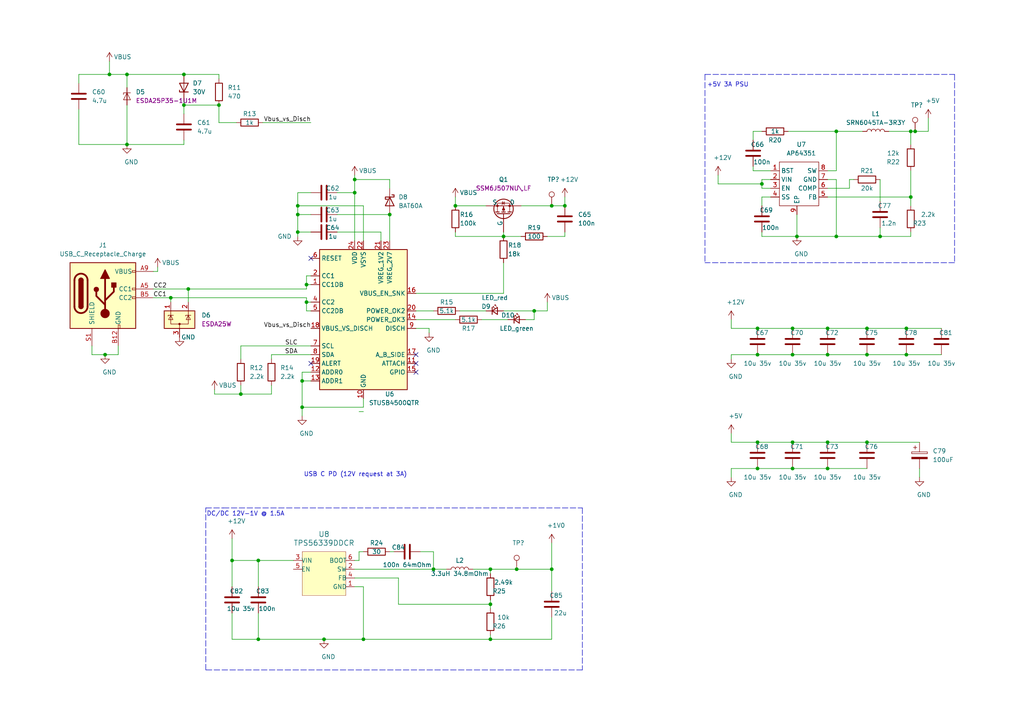
<source format=kicad_sch>
(kicad_sch (version 20211123) (generator eeschema)
  (paper "A4")
  (lib_symbols
    (symbol "CM4_NAS:AP64351"
      (property "Reference" "U" (at 0 8.89 0))
      (property "Value" "AP64351" (at 1.27 6.35 0))
      (symbol "AP64351_0_1"
        (rectangle (start -5.08 5.08) (end 6.35 -7.62))
      )
      (symbol "AP64351_1_1"
        (pin passive line (at -7.62 2.54 0) (length 2.54) (name "BST") (number "1"))
        (pin power_in line (at -7.62 0 0) (length 2.54) (name "VIN") (number "2"))
        (pin input line (at -7.62 -2.54 0) (length 2.54) (name "EN") (number "3"))
        (pin input line (at -7.62 -5.08 0) (length 2.54) (name "SS") (number "4"))
        (pin input line (at 8.89 -5.08 180) (length 2.54) (name "FB") (number "5"))
        (pin input line (at 8.89 -2.54 180) (length 2.54) (name "COMP") (number "6"))
        (pin power_in line (at 8.89 0 180) (length 2.54) (name "GND") (number "7"))
        (pin output line (at 8.89 2.54 180) (length 2.54) (name "SW") (number "8"))
        (pin passive line (at 0 -10.16 90) (length 2.54) (name "EP") (number "9"))
      )
    )
    (symbol "CM4_NAS:ESDA25P35" (pin_numbers hide) (pin_names hide)
      (property "Reference" "D" (at 0 2.54 0))
      (property "MPN" "ESDA25P35" (at 0 -2.54 0))
      (symbol "ESDA25P35_0_1"
        (polyline (pts (xy -1.016 0) (xy 1.016 0)))
        (polyline (pts (xy -1.016 1.016) (xy -1.016 -1.016) (xy -0.508 -1.016)))
        (polyline (pts (xy 1.016 1.016) (xy -1.016 0) (xy 1.016 -1.016) (xy 1.016 1.016)))
      )
      (symbol "ESDA25P35_1_1"
        (pin passive line (at -2.54 0 0) (length 2.54) (name "K1") (number "1"))
        (pin passive line (at 2.54 0 180) (length 2.54) (name "A") (number "2"))
      )
    )
    (symbol "CM4_NAS:ESDA25W" (pin_names hide)
      (property "Reference" "D" (at 5.715 2.54 0))
      (property "MPN" "ESDA25W" (at 10.16 0 0))
      (symbol "ESDA25W_0_0"
        (pin passive line (at 0 -5.08 90) (length 2.54) (name "A") (number "3"))
      )
      (symbol "ESDA25W_0_1"
        (rectangle (start -4.445 2.54) (end 4.445 -2.54) (stroke (width 0.254)) (fill (type background)))
        (circle (center 0 -1.27) (radius 0.254) (fill (type outline)))
        (polyline (pts (xy -2.54 2.54) (xy -2.54 1.27)))
        (polyline (pts (xy 0 -1.27) (xy 0 -2.54)))
        (polyline (pts (xy 2.54 2.54) (xy 2.54 1.27)))
        (polyline (pts (xy -3.302 1.016) (xy -3.302 1.27) (xy -1.905 1.27) (xy -1.778 1.27)))
        (polyline (pts (xy -2.54 1.27) (xy -2.54 -1.27) (xy 2.54 -1.27) (xy 2.54 1.27)))
        (polyline (pts (xy -2.54 1.27) (xy -1.905 0) (xy -3.175 0) (xy -2.54 1.27)))
        (polyline (pts (xy 1.778 1.016) (xy 1.778 1.27) (xy 3.175 1.27) (xy 3.302 1.27)))
        (polyline (pts (xy 2.54 1.27) (xy 1.905 0) (xy 3.175 0) (xy 2.54 1.27)))
      )
      (symbol "ESDA25W_1_1"
        (pin passive line (at -2.54 5.08 270) (length 2.54) (name "K") (number "1"))
        (pin passive line (at 2.54 5.08 270) (length 2.54) (name "K") (number "2"))
      )
    )
    (symbol "CM4_NAS:SSM6J507NU" (pin_numbers hide) (pin_names (offset 0))
      (property "Reference" "Q" (at 5.08 1.27 0))
      (property "MPN" "SSM6J507NU" (at 11.43 -1.27 0))
      (symbol "SSM6J507NU_0_0"
        (pin passive line (at 2.54 5.08 270) (length 5.08) hide (name "D") (number "1"))
        (pin passive line (at 2.54 5.08 270) (length 5.08) hide (name "D") (number "2"))
        (pin passive line (at 2.54 5.08 270) (length 5.08) hide (name "D") (number "6"))
        (pin passive line (at 2.54 5.08 270) (length 5.08) (name "D") (number "D"))
        (pin passive line (at 2.54 -5.08 90) (length 5.08) (name "S") (number "S"))
      )
      (symbol "SSM6J507NU_0_1"
        (polyline (pts (xy 0.0508 0) (xy 0.254 0)))
        (polyline (pts (xy 0.762 -1.778) (xy 2.54 -1.778)))
        (polyline (pts (xy 0.762 -1.27) (xy 0.762 -2.286)) (stroke (width 0.254)))
        (polyline (pts (xy 0.762 0) (xy 2.54 0)))
        (polyline (pts (xy 0.762 0.508) (xy 0.762 -0.508)) (stroke (width 0.254)))
        (polyline (pts (xy 0.762 1.778) (xy 2.54 1.778)))
        (polyline (pts (xy 0.762 2.286) (xy 0.762 1.27)) (stroke (width 0.254)))
        (polyline (pts (xy 2.54 -1.778) (xy 2.54 -2.54)))
        (polyline (pts (xy 2.54 -1.778) (xy 2.54 0)))
        (polyline (pts (xy 2.54 2.54) (xy 2.54 1.778)))
        (polyline (pts (xy 0.254 1.905) (xy 0.254 -1.905) (xy 0.254 -1.905)) (stroke (width 0.254)))
        (polyline (pts (xy 2.286 0) (xy 1.27 -0.381) (xy 1.27 0.381) (xy 2.286 0)) (fill (type outline)))
        (polyline (pts (xy 2.54 -1.778) (xy 3.302 -1.778) (xy 3.302 1.778) (xy 2.54 1.778)))
        (polyline (pts (xy 2.794 -0.508) (xy 2.921 -0.381) (xy 3.683 -0.381) (xy 3.81 -0.254)))
        (polyline (pts (xy 3.302 -0.381) (xy 2.921 0.254) (xy 3.683 0.254) (xy 3.302 -0.381)))
        (circle (center 1.651 0) (radius 2.8194) (stroke (width 0.254)))
        (circle (center 2.54 -1.778) (radius 0.2794) (fill (type outline)))
        (circle (center 2.54 1.778) (radius 0.2794) (fill (type outline)))
      )
      (symbol "SSM6J507NU_1_1"
        (pin input line (at -5.08 0 0) (length 5.08) (name "G") (number "3"))
        (pin passive line (at 2.54 -5.08 90) (length 2.54) hide (name "S") (number "4"))
        (pin passive line (at 2.54 5.08 270) (length 2.54) hide (name "D") (number "5"))
      )
    )
    (symbol "CM4_NAS:TPS56339DDCR" (pin_names (offset -0.254))
      (property "Reference" "U" (at -1.27 10.16 0))
      (property "Value" "TPS56339DDCR" (at 0 7.62 0))
      (symbol "TPS56339DDCR_1_1"
        (rectangle (start -6.35 6.35) (end 6.35 -6.35) (stroke (width 0.001)) (fill (type background)))
        (pin power_in line (at 8.89 -3.81 180) (length 2.54) (name "GND") (number "1"))
        (pin power_in line (at 8.89 1.27 180) (length 2.54) (name "SW") (number "2"))
        (pin power_in line (at -8.89 3.81 0) (length 2.54) (name "VIN") (number "3"))
        (pin input line (at 8.89 -1.27 180) (length 2.54) (name "FB") (number "4"))
        (pin input line (at -8.89 1.27 0) (length 2.54) (name "EN") (number "5"))
        (pin power_in line (at 8.89 3.81 180) (length 2.54) (name "BOOT") (number "6"))
      )
    )
    (symbol "CM4_NAS:USB_C_Receptacle_Charge" (pin_names (offset 1.016))
      (property "Reference" "J?" (at -0.3175 13.97 0))
      (property "Value" "USB_C_Receptacle_Charge" (at -0.3175 11.43 0))
      (symbol "USB_C_Receptacle_Charge_0_0"
        (rectangle (start 3.81 -10.16) (end 4.318 -9.144))
        (rectangle (start 8.89 -1.016) (end 7.874 -1.524))
        (rectangle (start 8.89 1.524) (end 7.874 1.016))
        (rectangle (start 8.89 6.604) (end 7.874 6.096))
      )
      (symbol "USB_C_Receptacle_Charge_0_1"
        (rectangle (start -10.16 8.89) (end 8.89 -10.16) (stroke (width 0.254)) (fill (type background)))
        (arc (start -8.89 -3.81) (mid -6.985 -5.715) (end -5.08 -3.81) (stroke (width 0.508)))
        (arc (start -7.62 -3.81) (mid -6.985 -4.445) (end -6.35 -3.81) (stroke (width 0.254)))
        (arc (start -7.62 -3.81) (mid -6.985 -4.445) (end -6.35 -3.81) (stroke (width 0.254)) (fill (type outline)))
        (rectangle (start -7.62 -3.81) (end -6.35 3.81) (stroke (width 0.254)) (fill (type outline)))
        (arc (start -6.35 3.81) (mid -6.985 4.445) (end -7.62 3.81) (stroke (width 0.254)))
        (arc (start -6.35 3.81) (mid -6.985 4.445) (end -7.62 3.81) (stroke (width 0.254)) (fill (type outline)))
        (arc (start -5.08 3.81) (mid -6.985 5.715) (end -8.89 3.81) (stroke (width 0.508)))
        (circle (center -2.54 1.143) (radius 0.635) (stroke (width 0.254)) (fill (type outline)))
        (circle (center 0 -5.842) (radius 1.27) (fill (type outline)))
        (polyline (pts (xy -8.89 -3.81) (xy -8.89 3.81)) (stroke (width 0.508)))
        (polyline (pts (xy -5.08 3.81) (xy -5.08 -3.81)) (stroke (width 0.508)))
        (polyline (pts (xy 0 -5.842) (xy 0 4.318)) (stroke (width 0.508)))
        (polyline (pts (xy 0 -3.302) (xy -2.54 -0.762) (xy -2.54 0.508)) (stroke (width 0.508)))
        (polyline (pts (xy 0 -2.032) (xy 2.54 0.508) (xy 2.54 1.778)) (stroke (width 0.508)))
        (polyline (pts (xy -1.27 4.318) (xy 0 6.858) (xy 1.27 4.318) (xy -1.27 4.318)) (stroke (width 0.254)) (fill (type outline)))
        (rectangle (start 1.905 1.778) (end 3.175 3.048) (stroke (width 0.254)) (fill (type outline)))
      )
      (symbol "USB_C_Receptacle_Charge_1_1"
        (pin passive line (at 3.81 -15.24 90) (length 5.08) hide (name "GND") (number "A12"))
        (pin bidirectional line (at 13.97 1.27 180) (length 5.08) (name "CC1") (number "A5"))
        (pin passive line (at 13.97 6.35 180) (length 5.08) (name "VBUS") (number "A9"))
        (pin passive line (at 3.81 -15.24 90) (length 5.08) (name "GND") (number "B12"))
        (pin bidirectional line (at 13.97 -1.27 180) (length 5.08) (name "CC2") (number "B5"))
        (pin passive line (at 13.97 6.35 180) (length 5.08) hide (name "VBUS") (number "B9"))
        (pin passive line (at -3.81 -15.24 90) (length 5.08) (name "SHIELD") (number "S1"))
        (pin passive line (at -3.81 -15.24 90) (length 5.08) hide (name "SHIELD") (number "S2"))
        (pin passive line (at -3.81 -15.24 90) (length 5.08) hide (name "SHIELD") (number "S3"))
        (pin passive line (at -3.81 -15.24 90) (length 5.08) hide (name "SHIELD") (number "S4"))
      )
    )
    (symbol "Connector:TestPoint" (pin_numbers hide) (pin_names (offset 0.762) hide)
      (property "Reference" "TP" (at 0 6.858 0))
      (property "Value" "TestPoint" (at 0 5.08 0))
      (symbol "TestPoint_0_1"
        (circle (center 0 3.302) (radius 0.762))
      )
      (symbol "TestPoint_1_1"
        (pin passive line (at 0 0 90) (length 2.54) (name "1") (number "1"))
      )
    )
    (symbol "Device:C" (pin_numbers hide) (pin_names (offset 0.254))
      (property "Reference" "C" (at 0.635 2.54 0))
      (property "Value" "C" (at 0.635 -2.54 0))
      (symbol "C_0_1"
        (polyline (pts (xy -2.032 -0.762) (xy 2.032 -0.762)) (stroke (width 0.508)))
        (polyline (pts (xy -2.032 0.762) (xy 2.032 0.762)) (stroke (width 0.508)))
      )
      (symbol "C_1_1"
        (pin passive line (at 0 3.81 270) (length 2.794) (name "~") (number "1"))
        (pin passive line (at 0 -3.81 90) (length 2.794) (name "~") (number "2"))
      )
    )
    (symbol "Device:C_Polarized" (pin_numbers hide) (pin_names (offset 0.254))
      (property "Reference" "C" (at 0.635 2.54 0))
      (property "Value" "C_Polarized" (at 0.635 -2.54 0))
      (symbol "C_Polarized_0_1"
        (rectangle (start -2.286 0.508) (end 2.286 1.016))
        (polyline (pts (xy -1.778 2.286) (xy -0.762 2.286)))
        (polyline (pts (xy -1.27 2.794) (xy -1.27 1.778)))
        (rectangle (start 2.286 -0.508) (end -2.286 -1.016) (fill (type outline)))
      )
      (symbol "C_Polarized_1_1"
        (pin passive line (at 0 3.81 270) (length 2.794) (name "~") (number "1"))
        (pin passive line (at 0 -3.81 90) (length 2.794) (name "~") (number "2"))
      )
    )
    (symbol "Device:D_Zener" (pin_numbers hide) (pin_names (offset 1.016) hide)
      (property "Reference" "D" (at 0 2.54 0))
      (property "Value" "D_Zener" (at 0 -2.54 0))
      (symbol "D_Zener_0_1"
        (polyline (pts (xy 1.27 0) (xy -1.27 0)))
        (polyline (pts (xy -1.27 -1.27) (xy -1.27 1.27) (xy -0.762 1.27)) (stroke (width 0.254)))
        (polyline (pts (xy 1.27 -1.27) (xy 1.27 1.27) (xy -1.27 0) (xy 1.27 -1.27)) (stroke (width 0.254)))
      )
      (symbol "D_Zener_1_1"
        (pin passive line (at -3.81 0 0) (length 2.54) (name "K") (number "1"))
        (pin passive line (at 3.81 0 180) (length 2.54) (name "A") (number "2"))
      )
    )
    (symbol "Device:L" (pin_numbers hide) (pin_names (offset 1.016) hide)
      (property "Reference" "L" (at -1.27 0 90))
      (property "Value" "L" (at 1.905 0 90))
      (symbol "L_0_1"
        (arc (start 0 -2.54) (mid 0.635 -1.905) (end 0 -1.27))
        (arc (start 0 -1.27) (mid 0.635 -0.635) (end 0 0))
        (arc (start 0 0) (mid 0.635 0.635) (end 0 1.27))
        (arc (start 0 1.27) (mid 0.635 1.905) (end 0 2.54))
      )
      (symbol "L_1_1"
        (pin passive line (at 0 3.81 270) (length 1.27) (name "1") (number "1"))
        (pin passive line (at 0 -3.81 90) (length 1.27) (name "2") (number "2"))
      )
    )
    (symbol "Device:LED_Small" (pin_numbers hide) (pin_names (offset 0.254) hide)
      (property "Reference" "D" (at -1.27 3.175 0))
      (property "Value" "LED_Small" (at -4.445 -2.54 0))
      (symbol "LED_Small_0_1"
        (polyline (pts (xy -0.762 -1.016) (xy -0.762 1.016)) (stroke (width 0.254)))
        (polyline (pts (xy 1.016 0) (xy -0.762 0)))
        (polyline (pts (xy 0.762 -1.016) (xy -0.762 0) (xy 0.762 1.016) (xy 0.762 -1.016)) (stroke (width 0.254)))
        (polyline (pts (xy 0 0.762) (xy -0.508 1.27) (xy -0.254 1.27) (xy -0.508 1.27) (xy -0.508 1.016)))
        (polyline (pts (xy 0.508 1.27) (xy 0 1.778) (xy 0.254 1.778) (xy 0 1.778) (xy 0 1.524)))
      )
      (symbol "LED_Small_1_1"
        (pin passive line (at -2.54 0 0) (length 1.778) (name "K") (number "1"))
        (pin passive line (at 2.54 0 180) (length 1.778) (name "A") (number "2"))
      )
    )
    (symbol "Device:R" (pin_numbers hide) (pin_names (offset 0))
      (property "Reference" "R" (at 2.032 0 90))
      (property "Value" "R" (at 0 0 90))
      (symbol "R_0_1"
        (rectangle (start -1.016 -2.54) (end 1.016 2.54) (stroke (width 0.254)))
      )
      (symbol "R_1_1"
        (pin passive line (at 0 3.81 270) (length 1.27) (name "~") (number "1"))
        (pin passive line (at 0 -3.81 90) (length 1.27) (name "~") (number "2"))
      )
    )
    (symbol "Diode:BAT60A" (pin_numbers hide) (pin_names (offset 1.016) hide)
      (property "Reference" "D" (at 0 2.54 0))
      (property "Value" "BAT60A" (at 0 -2.54 0))
      (symbol "BAT60A_0_1"
        (polyline (pts (xy 1.27 0) (xy -1.27 0)))
        (polyline (pts (xy 1.27 1.27) (xy 1.27 -1.27) (xy -1.27 0) (xy 1.27 1.27)) (stroke (width 0.254)))
        (polyline (pts (xy -1.905 0.635) (xy -1.905 1.27) (xy -1.27 1.27) (xy -1.27 -1.27) (xy -0.635 -1.27) (xy -0.635 -0.635)) (stroke (width 0.254)))
      )
      (symbol "BAT60A_1_1"
        (pin passive line (at -3.81 0 0) (length 2.54) (name "K") (number "1"))
        (pin passive line (at 3.81 0 180) (length 2.54) (name "A") (number "2"))
      )
    )
    (symbol "Interface_USB:STUSB4500QTR"
      (property "Reference" "U" (at -12.7 21.59 0))
      (property "Value" "STUSB4500QTR" (at 8.89 -21.59 0))
      (symbol "STUSB4500QTR_0_1"
        (rectangle (start -12.7 20.32) (end 12.7 -20.32) (stroke (width 0.254)) (fill (type background)))
      )
      (symbol "STUSB4500QTR_1_1"
        (pin bidirectional line (at -15.24 10.16 0) (length 2.54) (name "CC1DB") (number "1"))
        (pin power_in line (at 0 -22.86 90) (length 2.54) (name "GND") (number "10"))
        (pin open_collector line (at 15.24 -12.7 180) (length 2.54) (name "ATTACH") (number "11"))
        (pin input line (at -15.24 -15.24 0) (length 2.54) (name "ADDR0") (number "12"))
        (pin input line (at -15.24 -17.78 0) (length 2.54) (name "ADDR1") (number "13"))
        (pin open_collector line (at 15.24 0 180) (length 2.54) (name "POWER_OK3") (number "14"))
        (pin open_collector line (at 15.24 -15.24 180) (length 2.54) (name "GPIO") (number "15"))
        (pin open_collector line (at 15.24 7.62 180) (length 2.54) (name "VBUS_EN_SNK") (number "16"))
        (pin open_collector line (at 15.24 -10.16 180) (length 2.54) (name "A_B_SIDE") (number "17"))
        (pin input line (at -15.24 -2.54 0) (length 2.54) (name "VBUS_VS_DISCH") (number "18"))
        (pin open_collector line (at -15.24 -12.7 0) (length 2.54) (name "ALERT") (number "19"))
        (pin bidirectional line (at -15.24 12.7 0) (length 2.54) (name "CC1") (number "2"))
        (pin open_collector line (at 15.24 2.54 180) (length 2.54) (name "POWER_OK2") (number "20"))
        (pin power_out line (at 5.08 22.86 270) (length 2.54) (name "VREG_1V2") (number "21"))
        (pin power_in line (at 0 22.86 270) (length 2.54) (name "VSYS") (number "22"))
        (pin power_out line (at 7.62 22.86 270) (length 2.54) (name "VREG_2V7") (number "23"))
        (pin power_in line (at -2.54 22.86 270) (length 2.54) (name "VDD") (number "24"))
        (pin passive line (at 0 -22.86 90) (length 2.54) hide (name "GND") (number "25"))
        (pin no_connect line (at -12.7 15.24 0) (length 2.54) hide (name "NC") (number "3"))
        (pin bidirectional line (at -15.24 5.08 0) (length 2.54) (name "CC2") (number "4"))
        (pin bidirectional line (at -15.24 2.54 0) (length 2.54) (name "CC2DB") (number "5"))
        (pin input line (at -15.24 17.78 0) (length 2.54) (name "RESET") (number "6"))
        (pin input line (at -15.24 -7.62 0) (length 2.54) (name "SCL") (number "7"))
        (pin bidirectional line (at -15.24 -10.16 0) (length 2.54) (name "SDA") (number "8"))
        (pin bidirectional line (at 15.24 -2.54 180) (length 2.54) (name "DISCH") (number "9"))
      )
    )
    (symbol "power:+12V" (power) (pin_names (offset 0))
      (property "Value" "+12V" (at 0 3.556 0))
      (symbol "+12V_0_1"
        (polyline (pts (xy -0.762 1.27) (xy 0 2.54)))
        (polyline (pts (xy 0 0) (xy 0 2.54)))
        (polyline (pts (xy 0 2.54) (xy 0.762 1.27)))
      )
      (symbol "+12V_1_1"
        (pin power_in line (at 0 0 90) (length 0) hide (name "+12V") (number "1"))
      )
    )
    (symbol "power:+1V0" (power) (pin_names (offset 0))
      (property "Value" "+1V0" (at 0 3.556 0))
      (symbol "+1V0_0_1"
        (polyline (pts (xy -0.762 1.27) (xy 0 2.54)))
        (polyline (pts (xy 0 0) (xy 0 2.54)))
        (polyline (pts (xy 0 2.54) (xy 0.762 1.27)))
      )
      (symbol "+1V0_1_1"
        (pin power_in line (at 0 0 90) (length 0) hide (name "+1V0") (number "1"))
      )
    )
    (symbol "power:+5V" (power) (pin_names (offset 0))
      (property "Value" "+5V" (at 0 3.556 0))
      (symbol "+5V_0_1"
        (polyline (pts (xy -0.762 1.27) (xy 0 2.54)))
        (polyline (pts (xy 0 0) (xy 0 2.54)))
        (polyline (pts (xy 0 2.54) (xy 0.762 1.27)))
      )
      (symbol "+5V_1_1"
        (pin power_in line (at 0 0 90) (length 0) hide (name "+5V") (number "1"))
      )
    )
    (symbol "power:GND" (power) (pin_names (offset 0))
      (property "Value" "GND" (at 0 -3.81 0))
      (symbol "GND_0_1"
        (polyline (pts (xy 0 0) (xy 0 -1.27) (xy 1.27 -1.27) (xy 0 -2.54) (xy -1.27 -1.27) (xy 0 -1.27)))
      )
      (symbol "GND_1_1"
        (pin power_in line (at 0 0 270) (length 0) hide (name "GND") (number "1"))
      )
    )
    (symbol "power:VBUS" (power) (pin_names (offset 0))
      (property "Value" "VBUS" (at 0 3.81 0))
      (symbol "VBUS_0_1"
        (polyline (pts (xy -0.762 1.27) (xy 0 2.54)))
        (polyline (pts (xy 0 0) (xy 0 2.54)))
        (polyline (pts (xy 0 2.54) (xy 0.762 1.27)))
      )
      (symbol "VBUS_1_1"
        (pin power_in line (at 0 0 90) (length 0) hide (name "VBUS") (number "1"))
      )
    )
  )
  (junction (at 242.57 38.1) (diameter 0.9144))
  (junction (at 142.24 175.26) (diameter 0.9144))
  (junction (at 69.85 114.3) (diameter 0.9144))
  (junction (at 88.9 82.55) (diameter 0.9144))
  (junction (at 102.87 55.88) (diameter 0.9144))
  (junction (at 142.24 165.1) (diameter 0.9144))
  (junction (at 105.41 185.42) (diameter 0.9144))
  (junction (at 264.16 57.15) (diameter 0.9144))
  (junction (at 146.05 68.58) (diameter 0.9144))
  (junction (at 125.73 165.1) (diameter 0.9144))
  (junction (at 219.71 95.25) (diameter 0.9144))
  (junction (at 86.36 62.23) (diameter 0.9144))
  (junction (at 74.93 162.56) (diameter 0.9144))
  (junction (at 86.36 67.31) (diameter 0.9144))
  (junction (at 142.24 185.42) (diameter 0.9144))
  (junction (at 240.03 95.25) (diameter 0.9144))
  (junction (at 30.48 102.87) (diameter 0.9144))
  (junction (at 53.34 21.59) (diameter 0.9144))
  (junction (at 113.03 62.23) (diameter 0.9144))
  (junction (at 31.75 21.59) (diameter 0.9144))
  (junction (at 240.03 135.89) (diameter 0.9144))
  (junction (at 251.46 102.87) (diameter 0.9144))
  (junction (at 229.87 95.25) (diameter 0.9144))
  (junction (at 102.87 52.07) (diameter 0.9144))
  (junction (at 74.93 185.42) (diameter 0.9144))
  (junction (at 251.46 128.27) (diameter 0.9144))
  (junction (at 163.83 59.69) (diameter 0.9144))
  (junction (at 49.53 86.36) (diameter 0.9144))
  (junction (at 154.94 90.17) (diameter 0.9144))
  (junction (at 251.46 95.25) (diameter 0.9144))
  (junction (at 229.87 128.27) (diameter 0.9144))
  (junction (at 86.36 59.69) (diameter 0.9144))
  (junction (at 262.89 95.25) (diameter 0.9144))
  (junction (at 220.98 53.34) (diameter 0.9144))
  (junction (at 87.63 118.11) (diameter 0.9144))
  (junction (at 36.83 41.91) (diameter 0.9144))
  (junction (at 240.03 128.27) (diameter 0.9144))
  (junction (at 264.16 38.1) (diameter 0.9144))
  (junction (at 219.71 135.89) (diameter 0.9144))
  (junction (at 87.63 110.49) (diameter 0.9144))
  (junction (at 219.71 128.27) (diameter 0.9144))
  (junction (at 219.71 102.87) (diameter 0.9144))
  (junction (at 93.98 185.42) (diameter 0.9144))
  (junction (at 255.27 68.58) (diameter 0.9144))
  (junction (at 242.57 68.58) (diameter 0.9144))
  (junction (at 53.34 30.48) (diameter 0.9144))
  (junction (at 160.02 59.69))
  (junction (at 229.87 135.89) (diameter 0.9144))
  (junction (at 149.86 165.1))
  (junction (at 265.43 38.1))
  (junction (at 63.5 30.48) (diameter 0.9144))
  (junction (at 88.9 87.63) (diameter 0.9144))
  (junction (at 240.03 102.87) (diameter 0.9144))
  (junction (at 229.87 102.87) (diameter 0.9144))
  (junction (at 231.14 68.58) (diameter 0.9144))
  (junction (at 132.08 59.69) (diameter 0.9144))
  (junction (at 160.02 165.1) (diameter 0.9144))
  (junction (at 67.31 162.56) (diameter 0.9144))
  (junction (at 36.83 21.59) (diameter 0.9144))
  (junction (at 262.89 102.87) (diameter 0.9144))
  (junction (at 54.61 83.82) (diameter 0.9144))
  (no_connect (at 90.17 74.93))
  (no_connect (at 120.65 102.87))
  (no_connect (at 120.65 105.41))
  (no_connect (at 120.65 107.95))
  (no_connect (at 90.17 105.41))
  (wire (pts (xy 142.24 173.99) (xy 142.24 175.26)))
  (wire (pts (xy 142.24 175.26) (xy 142.24 176.53)))
  (wire (pts (xy 120.65 90.17) (xy 125.73 90.17)))
  (wire (pts (xy 139.7 92.71) (xy 147.32 92.71)))
  (wire (pts (xy 242.57 68.58) (xy 231.14 68.58)))
  (wire (pts (xy 113.03 160.02) (xy 114.3 160.02)))
  (wire (pts (xy 229.87 128.27) (xy 240.03 128.27)))
  (wire (pts (xy 219.71 128.27) (xy 229.87 128.27)))
  (wire (pts (xy 87.63 110.49) (xy 87.63 107.95)))
  (wire (pts (xy 264.16 67.31) (xy 264.16 68.58)))
  (wire (pts (xy 26.67 102.87) (xy 30.48 102.87)))
  (wire (pts (xy 86.36 67.31) (xy 86.36 62.23)))
  (wire (pts (xy 63.5 35.56) (xy 63.5 30.48)))
  (wire (pts (xy 88.9 83.82) (xy 88.9 82.55)))
  (wire (pts (xy 44.45 78.74) (xy 45.72 78.74)))
  (wire (pts (xy 262.89 95.25) (xy 273.05 95.25)))
  (wire (pts (xy 78.74 114.3) (xy 69.85 114.3)))
  (wire (pts (xy 78.74 102.87) (xy 90.17 102.87)))
  (wire (pts (xy 212.09 95.25) (xy 219.71 95.25)))
  (wire (pts (xy 104.14 119.38) (xy 105.41 119.38)))
  (wire (pts (xy 88.9 90.17) (xy 88.9 87.63)))
  (wire (pts (xy 102.87 165.1) (xy 125.73 165.1)))
  (wire (pts (xy 125.73 165.1) (xy 129.54 165.1)))
  (wire (pts (xy 219.71 102.87) (xy 212.09 102.87)))
  (wire (pts (xy 242.57 68.58) (xy 255.27 68.58)))
  (wire (pts (xy 251.46 128.27) (xy 266.7 128.27)))
  (wire (pts (xy 133.35 90.17) (xy 140.97 90.17)))
  (wire (pts (xy 53.34 29.21) (xy 53.34 30.48)))
  (wire (pts (xy 49.53 86.36) (xy 88.9 86.36)))
  (wire (pts (xy 146.05 68.58) (xy 151.13 68.58)))
  (wire (pts (xy 63.5 21.59) (xy 63.5 22.86)))
  (wire (pts (xy 22.86 31.75) (xy 22.86 41.91)))
  (polyline (pts (xy 276.86 76.2) (xy 204.47 76.2)) (stroke (width 0) (type dash)))
  (wire (pts (xy 251.46 95.25) (xy 262.89 95.25)))
  (wire (pts (xy 102.87 55.88) (xy 102.87 69.85)))
  (wire (pts (xy 242.57 38.1) (xy 250.19 38.1)))
  (wire (pts (xy 22.86 24.13) (xy 22.86 21.59)))
  (wire (pts (xy 269.24 34.29) (xy 269.24 38.1)))
  (wire (pts (xy 240.03 135.89) (xy 251.46 135.89)))
  (wire (pts (xy 212.09 125.73) (xy 212.09 128.27)))
  (wire (pts (xy 219.71 135.89) (xy 212.09 135.89)))
  (wire (pts (xy 240.03 102.87) (xy 229.87 102.87)))
  (wire (pts (xy 88.9 86.36) (xy 88.9 87.63)))
  (wire (pts (xy 62.23 114.3) (xy 69.85 114.3)))
  (wire (pts (xy 163.83 68.58) (xy 163.83 67.31)))
  (wire (pts (xy 132.08 67.31) (xy 132.08 68.58)))
  (wire (pts (xy 102.87 52.07) (xy 102.87 55.88)))
  (wire (pts (xy 74.93 162.56) (xy 85.09 162.56)))
  (polyline (pts (xy 204.47 21.59) (xy 276.86 21.59)) (stroke (width 0) (type dash)))
  (wire (pts (xy 102.87 167.64) (xy 115.57 167.64)))
  (wire (pts (xy 115.57 167.64) (xy 115.57 175.26)))
  (wire (pts (xy 115.57 175.26) (xy 142.24 175.26)))
  (wire (pts (xy 110.49 67.31) (xy 97.79 67.31)))
  (wire (pts (xy 120.65 85.09) (xy 146.05 85.09)))
  (wire (pts (xy 36.83 30.48) (xy 36.83 41.91)))
  (wire (pts (xy 121.92 160.02) (xy 125.73 160.02)))
  (wire (pts (xy 125.73 160.02) (xy 125.73 165.1)))
  (wire (pts (xy 218.44 40.64) (xy 218.44 38.1)))
  (wire (pts (xy 255.27 66.04) (xy 255.27 68.58)))
  (wire (pts (xy 240.03 95.25) (xy 251.46 95.25)))
  (polyline (pts (xy 204.47 21.59) (xy 204.47 76.2)) (stroke (width 0) (type dash)))
  (wire (pts (xy 30.48 102.87) (xy 34.29 102.87)))
  (wire (pts (xy 154.94 90.17) (xy 154.94 92.71)))
  (wire (pts (xy 87.63 118.11) (xy 105.41 118.11)))
  (wire (pts (xy 212.09 92.71) (xy 212.09 95.25)))
  (wire (pts (xy 273.05 102.87) (xy 262.89 102.87)))
  (wire (pts (xy 34.29 102.87) (xy 34.29 100.33)))
  (wire (pts (xy 88.9 80.01) (xy 88.9 82.55)))
  (wire (pts (xy 218.44 49.53) (xy 218.44 48.26)))
  (wire (pts (xy 67.31 177.8) (xy 67.31 185.42)))
  (wire (pts (xy 67.31 185.42) (xy 74.93 185.42)))
  (wire (pts (xy 74.93 185.42) (xy 93.98 185.42)))
  (wire (pts (xy 229.87 95.25) (xy 240.03 95.25)))
  (wire (pts (xy 86.36 59.69) (xy 105.41 59.69)))
  (wire (pts (xy 220.98 67.31) (xy 220.98 68.58)))
  (wire (pts (xy 208.28 53.34) (xy 220.98 53.34)))
  (wire (pts (xy 67.31 162.56) (xy 74.93 162.56)))
  (wire (pts (xy 67.31 170.18) (xy 67.31 162.56)))
  (wire (pts (xy 223.52 54.61) (xy 220.98 54.61)))
  (wire (pts (xy 53.34 40.64) (xy 53.34 41.91)))
  (wire (pts (xy 212.09 102.87) (xy 212.09 104.14)))
  (wire (pts (xy 220.98 52.07) (xy 223.52 52.07)))
  (wire (pts (xy 158.75 87.63) (xy 158.75 90.17)))
  (wire (pts (xy 69.85 114.3) (xy 69.85 111.76)))
  (wire (pts (xy 53.34 41.91) (xy 36.83 41.91)))
  (wire (pts (xy 142.24 165.1) (xy 149.86 165.1)))
  (wire (pts (xy 160.02 165.1) (xy 160.02 171.45)))
  (wire (pts (xy 154.94 92.71) (xy 152.4 92.71)))
  (wire (pts (xy 74.93 162.56) (xy 74.93 170.18)))
  (wire (pts (xy 158.75 68.58) (xy 163.83 68.58)))
  (wire (pts (xy 90.17 90.17) (xy 88.9 90.17)))
  (wire (pts (xy 229.87 102.87) (xy 219.71 102.87)))
  (wire (pts (xy 53.34 30.48) (xy 63.5 30.48)))
  (wire (pts (xy 44.45 86.36) (xy 49.53 86.36)))
  (wire (pts (xy 49.53 86.36) (xy 49.53 87.63)))
  (wire (pts (xy 265.43 38.1) (xy 264.16 38.1)))
  (wire (pts (xy 240.03 57.15) (xy 264.16 57.15)))
  (wire (pts (xy 54.61 83.82) (xy 54.61 87.63)))
  (wire (pts (xy 212.09 135.89) (xy 212.09 138.43)))
  (wire (pts (xy 78.74 104.14) (xy 78.74 102.87)))
  (wire (pts (xy 132.08 68.58) (xy 146.05 68.58)))
  (wire (pts (xy 90.17 110.49) (xy 87.63 110.49)))
  (wire (pts (xy 229.87 135.89) (xy 240.03 135.89)))
  (wire (pts (xy 124.46 95.25) (xy 124.46 96.52)))
  (wire (pts (xy 149.86 165.1) (xy 160.02 165.1)))
  (wire (pts (xy 68.58 35.56) (xy 63.5 35.56)))
  (wire (pts (xy 62.23 113.03) (xy 62.23 114.3)))
  (polyline (pts (xy 276.86 21.59) (xy 276.86 76.2)) (stroke (width 0) (type dash)))
  (wire (pts (xy 22.86 41.91) (xy 36.83 41.91)))
  (wire (pts (xy 120.65 95.25) (xy 124.46 95.25)))
  (wire (pts (xy 262.89 102.87) (xy 251.46 102.87)))
  (wire (pts (xy 31.75 21.59) (xy 31.75 17.78)))
  (wire (pts (xy 36.83 21.59) (xy 31.75 21.59)))
  (wire (pts (xy 76.2 35.56) (xy 90.17 35.56)))
  (wire (pts (xy 86.36 62.23) (xy 90.17 62.23)))
  (wire (pts (xy 105.41 170.18) (xy 102.87 170.18)))
  (wire (pts (xy 105.41 185.42) (xy 105.41 170.18)))
  (wire (pts (xy 142.24 184.15) (xy 142.24 185.42)))
  (wire (pts (xy 142.24 185.42) (xy 105.41 185.42)))
  (wire (pts (xy 242.57 49.53) (xy 240.03 49.53)))
  (wire (pts (xy 146.05 67.31) (xy 146.05 68.58)))
  (wire (pts (xy 264.16 38.1) (xy 264.16 41.91)))
  (polyline (pts (xy 59.69 147.32) (xy 64.77 147.32)) (stroke (width 0) (type dash)))
  (polyline (pts (xy 59.69 194.31) (xy 59.69 147.32)) (stroke (width 0) (type dash)))
  (polyline (pts (xy 64.77 147.32) (xy 168.91 147.32)) (stroke (width 0) (type dash)))
  (polyline (pts (xy 168.91 147.32) (xy 168.91 194.31)) (stroke (width 0) (type dash)))
  (polyline (pts (xy 168.91 194.31) (xy 59.69 194.31)) (stroke (width 0) (type dash)))
  (wire (pts (xy 36.83 21.59) (xy 53.34 21.59)))
  (wire (pts (xy 53.34 21.59) (xy 63.5 21.59)))
  (wire (pts (xy 87.63 110.49) (xy 87.63 118.11)))
  (wire (pts (xy 88.9 80.01) (xy 90.17 80.01)))
  (wire (pts (xy 69.85 100.33) (xy 69.85 104.14)))
  (wire (pts (xy 257.81 38.1) (xy 264.16 38.1)))
  (wire (pts (xy 110.49 69.85) (xy 110.49 67.31)))
  (wire (pts (xy 151.13 59.69) (xy 160.02 59.69)))
  (wire (pts (xy 86.36 67.31) (xy 90.17 67.31)))
  (wire (pts (xy 212.09 128.27) (xy 219.71 128.27)))
  (wire (pts (xy 142.24 165.1) (xy 142.24 166.37)))
  (wire (pts (xy 86.36 68.58) (xy 86.36 67.31)))
  (wire (pts (xy 22.86 21.59) (xy 31.75 21.59)))
  (wire (pts (xy 102.87 52.07) (xy 113.03 52.07)))
  (wire (pts (xy 220.98 57.15) (xy 223.52 57.15)))
  (wire (pts (xy 163.83 57.15) (xy 163.83 59.69)))
  (wire (pts (xy 86.36 59.69) (xy 86.36 55.88)))
  (wire (pts (xy 264.16 68.58) (xy 255.27 68.58)))
  (wire (pts (xy 264.16 49.53) (xy 264.16 57.15)))
  (wire (pts (xy 88.9 87.63) (xy 90.17 87.63)))
  (wire (pts (xy 219.71 95.25) (xy 229.87 95.25)))
  (wire (pts (xy 266.7 135.89) (xy 266.7 138.43)))
  (wire (pts (xy 78.74 111.76) (xy 78.74 114.3)))
  (wire (pts (xy 231.14 68.58) (xy 231.14 62.23)))
  (wire (pts (xy 223.52 49.53) (xy 218.44 49.53)))
  (wire (pts (xy 132.08 57.15) (xy 132.08 59.69)))
  (wire (pts (xy 45.72 78.74) (xy 45.72 77.47)))
  (wire (pts (xy 54.61 83.82) (xy 88.9 83.82)))
  (wire (pts (xy 86.36 62.23) (xy 86.36 59.69)))
  (wire (pts (xy 220.98 59.69) (xy 220.98 57.15)))
  (wire (pts (xy 93.98 185.42) (xy 105.41 185.42)))
  (wire (pts (xy 102.87 162.56) (xy 104.14 162.56)))
  (wire (pts (xy 104.14 160.02) (xy 105.41 160.02)))
  (wire (pts (xy 104.14 162.56) (xy 104.14 160.02)))
  (wire (pts (xy 67.31 156.21) (xy 67.31 162.56)))
  (wire (pts (xy 142.24 185.42) (xy 160.02 185.42)))
  (wire (pts (xy 160.02 185.42) (xy 160.02 179.07)))
  (wire (pts (xy 220.98 54.61) (xy 220.98 53.34)))
  (wire (pts (xy 44.45 83.82) (xy 54.61 83.82)))
  (wire (pts (xy 90.17 82.55) (xy 88.9 82.55)))
  (wire (pts (xy 146.05 90.17) (xy 154.94 90.17)))
  (wire (pts (xy 220.98 68.58) (xy 231.14 68.58)))
  (wire (pts (xy 219.71 135.89) (xy 229.87 135.89)))
  (wire (pts (xy 160.02 157.48) (xy 160.02 165.1)))
  (wire (pts (xy 158.75 90.17) (xy 154.94 90.17)))
  (wire (pts (xy 142.24 165.1) (xy 137.16 165.1)))
  (wire (pts (xy 160.02 59.69) (xy 163.83 59.69)))
  (wire (pts (xy 218.44 38.1) (xy 220.98 38.1)))
  (wire (pts (xy 240.03 54.61) (xy 246.38 54.61)))
  (wire (pts (xy 220.98 53.34) (xy 220.98 52.07)))
  (wire (pts (xy 208.28 50.8) (xy 208.28 53.34)))
  (wire (pts (xy 90.17 100.33) (xy 69.85 100.33)))
  (wire (pts (xy 146.05 85.09) (xy 146.05 76.2)))
  (wire (pts (xy 97.79 62.23) (xy 113.03 62.23)))
  (wire (pts (xy 120.65 92.71) (xy 132.08 92.71)))
  (wire (pts (xy 113.03 54.61) (xy 113.03 52.07)))
  (wire (pts (xy 97.79 55.88) (xy 102.87 55.88)))
  (wire (pts (xy 228.6 38.1) (xy 242.57 38.1)))
  (wire (pts (xy 242.57 38.1) (xy 242.57 49.53)))
  (wire (pts (xy 242.57 52.07) (xy 242.57 68.58)))
  (wire (pts (xy 53.34 30.48) (xy 53.34 33.02)))
  (wire (pts (xy 269.24 38.1) (xy 265.43 38.1)))
  (wire (pts (xy 255.27 52.07) (xy 255.27 58.42)))
  (wire (pts (xy 246.38 54.61) (xy 246.38 52.07)))
  (wire (pts (xy 240.03 128.27) (xy 251.46 128.27)))
  (wire (pts (xy 105.41 115.57) (xy 105.41 118.11)))
  (wire (pts (xy 87.63 107.95) (xy 90.17 107.95)))
  (wire (pts (xy 26.67 100.33) (xy 26.67 102.87)))
  (wire (pts (xy 36.83 25.4) (xy 36.83 21.59)))
  (wire (pts (xy 87.63 118.11) (xy 87.63 120.65)))
  (wire (pts (xy 86.36 55.88) (xy 90.17 55.88)))
  (wire (pts (xy 264.16 57.15) (xy 264.16 59.69)))
  (wire (pts (xy 246.38 52.07) (xy 247.65 52.07)))
  (wire (pts (xy 113.03 62.23) (xy 113.03 69.85)))
  (wire (pts (xy 102.87 50.8) (xy 102.87 52.07)))
  (wire (pts (xy 251.46 102.87) (xy 240.03 102.87)))
  (wire (pts (xy 240.03 52.07) (xy 242.57 52.07)))
  (wire (pts (xy 74.93 177.8) (xy 74.93 185.42)))
  (wire (pts (xy 105.41 69.85) (xy 105.41 59.69)))
  (wire (pts (xy 132.08 59.69) (xy 140.97 59.69)))
  (text "USB C PD (12V request at 3A)\n" (at 118.11 138.43 180) (effects (font (size 1.27 1.27)) (justify right bottom)))
  (text "DC/DC 12V-1V @ 1.5A" (at 82.55 149.86 180) (effects (font (size 1.27 1.27)) (justify right bottom)))
  (text "+5V 3A PSU" (at 217.17 25.4 180) (effects (font (size 1.27 1.27)) (justify right bottom)))
  (label "SDA" (at 86.36 102.87 180))
  (label "Vbus_vs_Disch" (at 90.17 95.25 180))
  (label "SLC" (at 86.36 100.33 180))
  (label "Vbus_vs_Disch" (at 90.17 35.56 180))
  (label "CC1" (at 44.45 86.36 0))
  (label "CC2" (at 44.45 83.82 0))
  (symbol (lib_id "Device:R") (at 78.74 107.95 0) (unit 1)
    (property "Reference" "R14" (at 81.28 106.68 0) (effects (justify left)))
    (property "Value" "2.2k" (at 81.28 109.22 0) (effects (justify left)))
    (property "Footprint" "Resistor_SMD:R_0402_1005Metric" (effects hide))
    (property "MFR" "Yageo" (effects hide))
    (property "MPN" "RC0402FR-132K2L" (effects hide))
  )
  (symbol (lib_id "power:GND") (at 231.14 68.58 0) (unit 1)
    (property "Reference" "#PWR0156" (effects hide))
    (property "Value" "GND" (at 232.41 73.66 0))
  )
  (symbol (lib_id "power:GND") (at 124.46 96.52 0) (unit 1)
    (property "Reference" "#PWR0146" (effects hide))
    (property "Value" "GND" (at 125.73 101.6 0))
  )
  (symbol (lib_id "Device:R") (at 132.08 63.5 0) (unit 1)
    (property "Reference" "R16" (at 133.35 62.23 0) (effects (justify left)))
    (property "Value" "100k" (at 133.35 64.77 0) (effects (justify left)))
    (property "Footprint" "Resistor_SMD:R_0402_1005Metric" (effects hide))
    (property "MFR" "Bourns" (effects hide))
    (property "MPN" "CR0402-FX-1003GLF" (effects hide))
  )
  (symbol (lib_id "Interface_USB:STUSB4500QTR") (at 105.41 92.71 0) (unit 1)
    (property "Reference" "U6" (at 113.03 114.3 0))
    (property "Value" "STUSB4500QTR" (at 114.3 116.84 0))
    (property "Footprint" "Package_DFN_QFN:QFN-24-1EP_4x4mm_P0.5mm_EP2.7x2.7mm" (effects hide))
    (property "Datasheet" "https://www.st.com/resource/en/datasheet/stusb4500.pdf" (effects hide))
    (property "MFR" "STMicroelectronics " (effects hide))
    (property "MPN" "STUSB4500QTR " (effects hide))
  )
  (symbol (lib_id "power:GND") (at 30.48 102.87 0) (unit 1)
    (property "Reference" "#PWR0149" (effects hide))
    (property "Value" "GND" (at 31.75 107.95 0))
  )
  (symbol (lib_id "power:VBUS") (at 62.23 113.03 0) (unit 1)
    (property "Reference" "#PWR0144" (effects hide))
    (property "Value" "VBUS" (at 66.04 111.76 0))
  )
  (symbol (lib_id "power:VBUS") (at 132.08 57.15 0) (unit 1)
    (property "Reference" "#PWR0153" (effects hide))
    (property "Value" "VBUS" (at 135.89 55.88 0))
  )
  (symbol (lib_id "power:GND") (at 212.09 138.43 0) (unit 1)
    (property "Reference" "#PWR0159" (effects hide))
    (property "Value" "GND" (at 213.36 143.51 0))
  )
  (symbol (lib_id "power:+12V") (at 67.31 156.21 0) (unit 1)
    (property "Reference" "#PWR0177" (effects hide))
    (property "Value" "+12V" (at 68.58 151.13 0))
  )
  (symbol (lib_id "Device:C") (at 53.34 36.83 0) (unit 1)
    (property "Reference" "C61" (at 57.15 35.56 0) (effects (justify left)))
    (property "Value" "4.7u" (at 57.15 38.1 0) (effects (justify left)))
    (property "Footprint" "Capacitor_SMD:C_0603_1608Metric" (effects hide))
    (property "MFR" "Samsung" (effects hide))
    (property "MPN" "CL10A475KO8NNNC" (effects hide))
  )
  (symbol (lib_id "CM4_NAS:SSM6J507NU") (at 146.05 62.23 270) (mirror x) (unit 1)
    (property "Reference" "Q1" (at 146.05 52.07 90))
    (property "Value" "SSM6J507NU" (effects hide))
    (property "Footprint" "CM4+NAS:UDFN6B" (effects hide))
    (property "MPN" "SSM6J507NU\\,LF" (at 146.05 54.61 90))
    (property "MFR" "Toshiba" (effects hide))
  )
  (symbol (lib_id "power:VBUS") (at 45.72 77.47 0) (unit 1)
    (property "Reference" "#PWR0147" (effects hide))
    (property "Value" "VBUS" (at 49.53 76.2 0))
  )
  (symbol (lib_id "Device:L") (at 254 38.1 90) (unit 1)
    (property "Reference" "L1" (at 254 33.02 90))
    (property "Value" "SRN6045TA-3R3Y" (at 254 35.56 90))
    (property "Footprint" "Inductor_SMD:L_Bourns_SRN6045TA" (effects hide))
    (property "MFR" "Bourns" (effects hide))
    (property "MPN" "SRN6045TA-3R3Y" (effects hide))
  )
  (symbol (lib_id "Device:C") (at 163.83 63.5 0) (unit 1)
    (property "Reference" "C65" (at 167.64 62.23 0) (effects (justify left)))
    (property "Value" "100n" (at 167.64 64.77 0) (effects (justify left)))
    (property "Footprint" "Capacitor_SMD:C_0402_1005Metric" (effects hide))
    (property "MFR" "Murata" (effects hide))
    (property "MPN" "GCM155R71C104KA55D" (effects hide))
  )
  (symbol (lib_id "Device:L") (at 133.35 165.1 90) (unit 1)
    (property "Reference" "L2" (at 133.35 162.56 90))
    (property "Value" "3.3uH 34.8mOhm" (at 133.35 166.37 90))
    (property "Footprint" "Inductor_SMD:L_Coilcraft_XxL4020" (effects hide))
    (property "MFR" "Coilcraft" (effects hide))
    (property "MPN" "XFL4020-332MEB" (effects hide))
  )
  (symbol (lib_id "Diode:BAT60A") (at 113.03 58.42 270) (unit 1)
    (property "Reference" "D8" (at 115.57 57.15 90) (effects (justify left)))
    (property "Value" "BAT60A" (at 115.57 59.69 90) (effects (justify left)))
    (property "Footprint" "Diode_SMD:D_SOD-323" (effects hide))
    (property "Datasheet" "https://www.infineon.com/dgdl/Infineon-BAT60ASERIES-DS-v01_01-en.pdf?fileId=db3a304313d846880113def70c9304a9" (effects hide))
    (property "MFR" "Infineon\\ Technologies" (effects hide))
    (property "MPN" "BAT\\ 60A\\ E6327" (effects hide))
    (property "SPN" "726-BAT60AE6327" (effects hide))
  )
  (symbol (lib_id "Device:C") (at 229.87 99.06 180) (unit 1)
    (property "Reference" "C70" (at 231.14 96.52 0))
    (property "Value" "10u 35v" (at 229.87 105.41 0))
    (property "Footprint" "Capacitor_SMD:C_0805_2012Metric" (effects hide))
    (property "MFR" "TDK" (effects hide))
    (property "MPN" "C2012X5R1V106M085AC" (effects hide))
  )
  (symbol (lib_id "Device:C") (at 251.46 99.06 180) (unit 1)
    (property "Reference" "C75" (at 252.73 96.52 0))
    (property "Value" "10u 35v" (at 251.46 105.41 0))
    (property "Footprint" "Capacitor_SMD:C_0805_2012Metric" (effects hide))
    (property "MFR" "TDK" (effects hide))
    (property "MPN" "C2012X5R1V106M085AC" (effects hide))
  )
  (symbol (lib_id "Device:C") (at 118.11 160.02 270) (unit 1)
    (property "Reference" "C84" (at 115.57 158.75 90))
    (property "Value" "100n 64mOhm" (at 118.11 163.83 90))
    (property "Footprint" "Capacitor_SMD:C_0402_1005Metric" (effects hide))
    (property "MFR" "TDK" (effects hide))
    (property "MPN" "CGA2B3X7R1H104K050BB " (effects hide))
  )
  (symbol (lib_id "Device:C") (at 67.31 173.99 180) (unit 1)
    (property "Reference" "C82" (at 68.58 171.45 0))
    (property "Value" "10u 35v" (at 69.85 176.53 0))
    (property "Footprint" "Capacitor_SMD:C_0603_1608Metric" (effects hide))
    (property "MFR" "TDK" (effects hide))
    (property "MPN" "C2012X5R1V106M085AC" (effects hide))
  )
  (symbol (lib_id "power:GND") (at 87.63 120.65 0) (unit 1)
    (property "Reference" "#PWR0143" (effects hide))
    (property "Value" "GND" (at 88.9 125.73 0))
  )
  (symbol (lib_id "Device:R") (at 69.85 107.95 0) (unit 1)
    (property "Reference" "R12" (at 72.39 106.68 0) (effects (justify left)))
    (property "Value" "2.2k" (at 72.39 109.22 0) (effects (justify left)))
    (property "Footprint" "Resistor_SMD:R_0402_1005Metric" (effects hide))
    (property "MFR" "Yageo" (effects hide))
    (property "MPN" "RC0402FR-132K2L" (effects hide))
  )
  (symbol (lib_id "power:GND") (at 93.98 185.42 0) (unit 1)
    (property "Reference" "#PWR0176" (effects hide))
    (property "Value" "GND" (at 95.25 190.5 0))
  )
  (symbol (lib_id "power:+1V0") (at 160.02 157.48 0) (unit 1)
    (property "Reference" "#PWR0178" (effects hide))
    (property "Value" "+1V0" (at 161.29 152.4 0))
  )
  (symbol (lib_id "power:+12V") (at 208.28 50.8 0) (unit 1)
    (property "Reference" "#PWR0158" (effects hide))
    (property "Value" "+12V" (at 209.55 45.72 0))
  )
  (symbol (lib_id "Connector:TestPoint") (at 265.43 38.1 0) (unit 1)
    (property "Reference" "TP?" (at 264.16 30.48 0) (effects (justify left)))
  )
  (symbol (lib_id "Device:R") (at 142.24 170.18 180) (unit 1)
    (property "Reference" "R25" (at 144.78 171.45 0))
    (property "Value" "2.49k" (at 146.05 168.91 0))
    (property "Footprint" "Resistor_SMD:R_0402_1005Metric" (effects hide))
    (property "MFR" "Yageo" (effects hide))
    (property "MPN" "RC0402FR-072K49L" (effects hide))
  )
  (symbol (lib_id "CM4_NAS:USB_C_Receptacle_Charge") (at 30.48 85.09 0) (unit 1)
    (property "Reference" "J1" (at 29.845 71.12 0))
    (property "Value" "USB_C_Receptacle_Charge" (at 29.845 73.66 0))
    (property "Footprint" "CM4+NAS:GCT_USB4140-GF-0070-C_REV0.4" (effects hide))
    (property "Datasheet" "https://www.usb.org/sites/default/files/documents/usb_type-c.zip" (effects hide))
  )
  (symbol (lib_id "power:GND") (at 266.7 138.43 0) (unit 1)
    (property "Reference" "#PWR0163" (effects hide))
    (property "Value" "GND" (at 267.97 143.51 0))
  )
  (symbol (lib_id "Device:R") (at 142.24 180.34 180) (unit 1)
    (property "Reference" "R26" (at 144.78 181.61 0))
    (property "Value" "10k" (at 146.05 179.07 0))
    (property "Footprint" "Resistor_SMD:R_0402_1005Metric" (effects hide))
    (property "MFR" "Yageo" (effects hide))
    (property "MPN" "RC0402FR-0710KP" (effects hide))
  )
  (symbol (lib_id "Device:C") (at 255.27 62.23 180) (unit 1)
    (property "Reference" "C77" (at 256.54 59.69 0))
    (property "Value" "1.2n" (at 257.81 64.77 0))
    (property "Footprint" "Capacitor_SMD:C_0402_1005Metric" (effects hide))
    (property "MFR" "AVX" (effects hide))
    (property "MPN" "0402YC122MAT2A" (effects hide))
  )
  (symbol (lib_id "power:GND") (at 212.09 104.14 0) (unit 1)
    (property "Reference" "#PWR0161" (effects hide))
    (property "Value" "GND" (at 213.36 109.22 0))
  )
  (symbol (lib_id "Device:R") (at 251.46 52.07 270) (unit 1)
    (property "Reference" "R21" (at 251.46 49.53 90))
    (property "Value" "20k" (at 251.46 54.61 90))
    (property "Footprint" "Resistor_SMD:R_0402_1005Metric" (effects hide))
    (property "MFR" "Yageo" (effects hide))
    (property "MPN" "RC0402FR-7D20KL" (effects hide))
  )
  (symbol (lib_id "Device:C") (at 160.02 175.26 180) (unit 1)
    (property "Reference" "C85" (at 161.29 172.72 0))
    (property "Value" "22u" (at 162.56 177.8 0))
    (property "Footprint" "Capacitor_SMD:C_0805_2012Metric" (effects hide))
    (property "MFR" "Samsung" (effects hide))
    (property "MPN" "CL21A226MQQNNNG" (effects hide))
  )
  (symbol (lib_id "Device:C") (at 273.05 99.06 180) (unit 1)
    (property "Reference" "C81" (at 274.32 96.52 0))
    (property "Value" "10u 35v" (at 273.05 105.41 0))
    (property "Footprint" "Capacitor_SMD:C_0805_2012Metric" (effects hide))
    (property "MFR" "TDK" (effects hide))
    (property "MPN" "C2012X5R1V106M085AC" (effects hide))
  )
  (symbol (lib_id "power:+12V") (at 212.09 92.71 0) (unit 1)
    (property "Reference" "#PWR0157" (effects hide))
    (property "Value" "+12V" (at 213.36 87.63 0))
  )
  (symbol (lib_id "power:GND") (at 36.83 41.91 0) (unit 1)
    (property "Reference" "#PWR0151" (effects hide))
    (property "Value" "GND" (at 38.1 46.99 0))
  )
  (symbol (lib_id "CM4_NAS:TPS56339DDCR") (at 93.98 166.37 0) (unit 1)
    (property "Reference" "U8" (at 93.98 154.94 0) (effects (font (size 1.524 1.524))))
    (property "Value" "TPS56339DDCR" (at 93.98 157.48 0) (effects (font (size 1.524 1.524))))
    (property "Footprint" "CM4+NAS:TPS56339DDCR" (effects hide))
    (property "MFR" "TI" (effects hide))
    (property "MPN" "TPS56339DDCR " (effects hide))
  )
  (symbol (lib_id "power:+5V") (at 269.24 34.29 0) (unit 1)
    (property "Reference" "#PWR0162" (effects hide))
    (property "Value" "+5V" (at 270.51 29.21 0))
  )
  (symbol (lib_id "CM4_NAS:ESDA25W") (at 52.07 92.71 0) (unit 1)
    (property "Reference" "D6" (at 58.42 91.44 0) (effects (justify left)))
    (property "Value" "ESDA25W" (effects hide))
    (property "Footprint" "Package_TO_SOT_SMD:SOT-323_SC-70" (effects hide))
    (property "Datasheet" "http://www.littelfuse.com/~/media/files/littelfuse/technical%20resources/documents/data%20sheets/sp05xxba.pdf" (effects hide))
    (property "MPN" "ESDA25W" (at 58.42 93.98 0) (effects (justify left)))
    (property "MFR" "STMicroelectronics " (effects hide))
    (property "SPN" "511-ESDA25W" (effects hide))
  )
  (symbol (lib_id "Device:R") (at 129.54 90.17 90) (unit 1)
    (property "Reference" "R15" (at 129.54 87.63 90))
    (property "Value" "5.1k" (at 129.54 90.17 90))
    (property "Footprint" "Resistor_SMD:R_0402_1005Metric" (effects hide))
    (property "MFR" "Yageo" (effects hide))
    (property "MPN" "RC0402FR-135K1L" (effects hide))
  )
  (symbol (lib_id "Device:C") (at 251.46 132.08 180) (unit 1)
    (property "Reference" "C76" (at 252.73 129.54 0))
    (property "Value" "10u 35v" (at 251.46 138.43 0))
    (property "Footprint" "Capacitor_SMD:C_0805_2012Metric" (effects hide))
    (property "MFR" "TDK" (effects hide))
    (property "MPN" "C2012X5R1V106M085AC" (effects hide))
  )
  (symbol (lib_id "Device:LED_Small") (at 149.86 92.71 0) (unit 1)
    (property "Reference" "D10" (at 147.32 91.44 0))
    (property "Value" "LED_green" (at 149.86 95.25 0))
    (property "Footprint" "LED_SMD:LED_0603_1608Metric" (effects hide))
    (property "MFR" "Kingbright" (effects hide))
    (property "MPN" "APTD1608LCGCK" (effects hide))
  )
  (symbol (lib_id "Device:C") (at 218.44 44.45 180) (unit 1)
    (property "Reference" "C66" (at 219.71 41.91 0))
    (property "Value" "100n" (at 220.98 46.99 0))
    (property "Footprint" "Capacitor_SMD:C_0402_1005Metric" (effects hide))
    (property "MFR" "Murata" (effects hide))
    (property "MPN" "GCM155R71C104KA55D" (effects hide))
  )
  (symbol (lib_id "Device:R") (at 264.16 63.5 180) (unit 1)
    (property "Reference" "R23" (at 266.7 64.77 0))
    (property "Value" "2.2k" (at 269.24 62.23 0))
    (property "Footprint" "Resistor_SMD:R_0402_1005Metric" (effects hide))
    (property "MFR" "Yageo" (effects hide))
    (property "MPN" "RC0402FR-132K2L" (effects hide))
  )
  (symbol (lib_id "Device:C") (at 240.03 99.06 180) (unit 1)
    (property "Reference" "C72" (at 241.3 96.52 0))
    (property "Value" "10u 35v" (at 240.03 105.41 0))
    (property "Footprint" "Capacitor_SMD:C_0805_2012Metric" (effects hide))
    (property "MFR" "TDK" (effects hide))
    (property "MPN" "C2012X5R1V106M085AC" (effects hide))
  )
  (symbol (lib_id "Device:LED_Small") (at 143.51 90.17 0) (unit 1)
    (property "Reference" "D9" (at 140.97 88.9 0))
    (property "Value" "LED_red" (at 143.51 86.36 0))
    (property "Footprint" "LED_SMD:LED_0603_1608Metric" (effects hide))
    (property "MFR" "Kingbright" (effects hide))
    (property "MPN" "APHD1608LSURCK" (effects hide))
  )
  (symbol (lib_id "Device:R") (at 109.22 160.02 90) (unit 1)
    (property "Reference" "R24" (at 109.22 157.48 90))
    (property "Value" "30" (at 109.22 160.02 90))
    (property "Footprint" "Resistor_SMD:R_0603_1608Metric" (effects hide))
    (property "MFR" "Yageo" (effects hide))
    (property "MPN" "RC0402FR-0730RL" (effects hide))
  )
  (symbol (lib_id "Device:C_Polarized") (at 266.7 132.08 0) (unit 1)
    (property "Reference" "C79" (at 270.51 130.81 0) (effects (justify left)))
    (property "Value" "100uF" (at 270.51 133.35 0) (effects (justify left)))
    (property "Footprint" "Capacitor_Tantalum_SMD:CP_EIA-7343-31_Kemet-D" (effects hide))
    (property "MFR" "Kemet" (effects hide))
    (property "MPN" "T591D107M010ATE080" (effects hide))
  )
  (symbol (lib_id "power:VBUS") (at 102.87 50.8 0) (unit 1)
    (property "Reference" "#PWR0152" (effects hide))
    (property "Value" "VBUS" (at 106.68 49.53 0))
  )
  (symbol (lib_id "Device:C") (at 22.86 27.94 0) (unit 1)
    (property "Reference" "C60" (at 26.67 26.67 0) (effects (justify left)))
    (property "Value" "4.7u" (at 26.67 29.21 0) (effects (justify left)))
    (property "Footprint" "Capacitor_SMD:C_0603_1608Metric" (effects hide))
    (property "MFR" "Samsung" (effects hide))
    (property "MPN" "CL10A475KO8NNNC" (effects hide))
  )
  (symbol (lib_id "Connector:TestPoint") (at 149.86 165.1 0) (unit 1)
    (property "Reference" "TP?" (at 148.59 157.48 0) (effects (justify left)))
  )
  (symbol (lib_id "Device:R") (at 72.39 35.56 90) (unit 1)
    (property "Reference" "R13" (at 72.39 33.02 90))
    (property "Value" "1k" (at 72.39 35.56 90))
    (property "Footprint" "Resistor_SMD:R_0402_1005Metric" (effects hide))
    (property "MFR" "Yageo" (effects hide))
    (property "MPN" "AC0402FR-071KL" (effects hide))
  )
  (symbol (lib_id "Device:C") (at 219.71 132.08 180) (unit 1)
    (property "Reference" "C68" (at 220.98 129.54 0))
    (property "Value" "10u 35v" (at 219.71 138.43 0))
    (property "Footprint" "Capacitor_SMD:C_0805_2012Metric" (effects hide))
    (property "MFR" "TDK" (effects hide))
    (property "MPN" "C2012X5R1V106M085AC" (effects hide))
  )
  (symbol (lib_id "power:GND") (at 86.36 68.58 0) (unit 1)
    (property "Reference" "#PWR0145" (effects hide))
    (property "Value" "GND" (at 82.55 68.58 0))
  )
  (symbol (lib_id "power:+5V") (at 212.09 125.73 0) (unit 1)
    (property "Reference" "#PWR0160" (effects hide))
    (property "Value" "+5V" (at 213.36 120.65 0))
  )
  (symbol (lib_id "Device:C") (at 262.89 99.06 180) (unit 1)
    (property "Reference" "C78" (at 264.16 96.52 0))
    (property "Value" "10u 35v" (at 262.89 105.41 0))
    (property "Footprint" "Capacitor_SMD:C_0805_2012Metric" (effects hide))
    (property "MFR" "TDK" (effects hide))
    (property "MPN" "C2012X5R1V106M085AC" (effects hide))
  )
  (symbol (lib_id "Device:C") (at 240.03 132.08 180) (unit 1)
    (property "Reference" "C73" (at 241.3 129.54 0))
    (property "Value" "10u 35v" (at 240.03 138.43 0))
    (property "Footprint" "Capacitor_SMD:C_0805_2012Metric" (effects hide))
    (property "MFR" "TDK" (effects hide))
    (property "MPN" "C2012X5R1V106M085AC" (effects hide))
  )
  (symbol (lib_id "Device:C") (at 93.98 67.31 90) (unit 1)
    (property "Reference" "C64" (at 96.52 66.04 90))
    (property "Value" "1u" (at 96.52 68.58 90))
    (property "Footprint" "Capacitor_SMD:C_0402_1005Metric" (effects hide))
    (property "MFR" "TDK" (effects hide))
    (property "MPN" "CGB2A1X5R1C105K033BC" (effects hide))
  )
  (symbol (lib_id "Device:C") (at 93.98 62.23 90) (unit 1)
    (property "Reference" "C63" (at 96.52 60.96 90))
    (property "Value" "1u" (at 96.52 63.5 90))
    (property "Footprint" "Capacitor_SMD:C_0402_1005Metric" (effects hide))
    (property "MFR" "TDK" (effects hide))
    (property "MPN" "CGB2A1X5R1C105K033BC" (effects hide))
  )
  (symbol (lib_id "power:+12V") (at 163.83 57.15 0) (unit 1)
    (property "Reference" "#PWR0154" (effects hide))
    (property "Value" "+12V" (at 165.1 52.07 0))
  )
  (symbol (lib_id "Device:R") (at 264.16 45.72 180) (unit 1)
    (property "Reference" "R22" (at 259.08 46.99 0))
    (property "Value" "12k" (at 259.08 44.45 0))
    (property "Footprint" "Resistor_SMD:R_0402_1005Metric" (effects hide))
    (property "MFR" "Yageo" (effects hide))
    (property "MPN" "RC0402FR-1312KL" (effects hide))
  )
  (symbol (lib_id "CM4_NAS:AP64351") (at 231.14 52.07 0) (unit 1)
    (property "Reference" "U7" (at 232.41 41.91 0))
    (property "Value" "AP64351" (at 232.41 44.45 0))
    (property "Footprint" "Package_SO:SOIC-8-1EP_3.9x4.9mm_P1.27mm_EP2.95x4.9mm_Mask2.71x3.4mm_ThermalVias" (effects hide))
    (property "MFR" "Diodes\\ Incorporated " (effects hide))
    (property "MPN" "AP64351QSP-13" (effects hide))
  )
  (symbol (lib_id "Connector:TestPoint") (at 160.02 59.69 0) (unit 1)
    (property "Reference" "TP?" (at 158.75 52.07 0) (effects (justify left)))
  )
  (symbol (lib_id "Device:R") (at 63.5 26.67 0) (unit 1)
    (property "Reference" "R11" (at 66.04 25.4 0) (effects (justify left)))
    (property "Value" "470" (at 66.04 27.94 0) (effects (justify left)))
    (property "Footprint" "Resistor_SMD:R_0402_1005Metric" (effects hide))
    (property "MFR" "Yageo" (effects hide))
    (property "MPN" "RC0402FR-13470RL" (effects hide))
  )
  (symbol (lib_id "Device:C") (at 74.93 173.99 180) (unit 1)
    (property "Reference" "C83" (at 76.2 171.45 0))
    (property "Value" "100n" (at 77.47 176.53 0))
    (property "Footprint" "Capacitor_SMD:C_0402_1005Metric" (effects hide))
    (property "MFR" "Murata" (effects hide))
    (property "MPN" "GCM155R71C104KA55D" (effects hide))
  )
  (symbol (lib_id "Device:C") (at 93.98 55.88 90) (unit 1)
    (property "Reference" "C62" (at 96.52 54.61 90))
    (property "Value" "1u" (at 96.52 57.15 90))
    (property "Footprint" "Capacitor_SMD:C_0402_1005Metric" (effects hide))
    (property "MFR" "TDK" (effects hide))
    (property "MPN" "CGB2A1X5R1C105K033BC" (effects hide))
  )
  (symbol (lib_id "power:VBUS") (at 158.75 87.63 0) (unit 1)
    (property "Reference" "#PWR0155" (effects hide))
    (property "Value" "VBUS" (at 162.56 86.36 0))
  )
  (symbol (lib_id "Device:C") (at 219.71 99.06 180) (unit 1)
    (property "Reference" "C67" (at 220.98 96.52 0))
    (property "Value" "10u 35v" (at 219.71 105.41 0))
    (property "Footprint" "Capacitor_SMD:C_0805_2012Metric" (effects hide))
    (property "MFR" "TDK" (effects hide))
    (property "MPN" "C2012X5R1V106M085AC" (effects hide))
  )
  (symbol (lib_id "Device:R") (at 146.05 72.39 0) (unit 1)
    (property "Reference" "R18" (at 147.32 71.12 0) (effects (justify left)))
    (property "Value" "18k" (at 147.32 73.66 0) (effects (justify left)))
    (property "Footprint" "Resistor_SMD:R_0402_1005Metric" (effects hide))
    (property "MFR" "Yageo" (effects hide))
    (property "MPN" "AC0402FR-0718KL" (effects hide))
  )
  (symbol (lib_id "Device:R") (at 224.79 38.1 90) (unit 1)
    (property "Reference" "R20" (at 224.79 40.64 90))
    (property "Value" "1k" (at 224.79 38.1 90))
    (property "Footprint" "Resistor_SMD:R_0402_1005Metric" (effects hide))
    (property "MFR" "Yageo" (effects hide))
    (property "MPN" "AC0402FR-071KL" (effects hide))
  )
  (symbol (lib_id "CM4_NAS:ESDA25P35") (at 36.83 27.94 270) (unit 1)
    (property "Reference" "D5" (at 39.37 26.67 90) (effects (justify left)))
    (property "Value" "ESDA25P35" (effects hide))
    (property "Footprint" "CM4+NAS:1610" (effects hide))
    (property "Datasheet" "https://assets.nexperia.com/documents/data-sheet/PESDXL4UF_G_W.pdf" (effects hide))
    (property "MPN" "ESDA25P35-1U1M" (at 39.37 29.21 90) (effects (justify left)))
    (property "MFR" "STMicroelectronics " (effects hide))
  )
  (symbol (lib_id "Device:C") (at 220.98 63.5 180) (unit 1)
    (property "Reference" "C69" (at 222.25 60.96 0))
    (property "Value" "100n" (at 223.52 66.04 0))
    (property "Footprint" "Capacitor_SMD:C_0402_1005Metric" (effects hide))
    (property "MFR" "Murata" (effects hide))
    (property "MPN" "GCM155R71C104KA55D" (effects hide))
  )
  (symbol (lib_id "Device:R") (at 154.94 68.58 90) (unit 1)
    (property "Reference" "R19" (at 154.94 66.04 90))
    (property "Value" "100" (at 154.94 68.58 90))
    (property "Footprint" "Resistor_SMD:R_0402_1005Metric" (effects hide))
    (property "MFR" "Yageo" (effects hide))
    (property "MPN" "RC0402FR-10100RL" (effects hide))
  )
  (symbol (lib_id "Device:R") (at 135.89 92.71 90) (unit 1)
    (property "Reference" "R17" (at 135.89 95.25 90))
    (property "Value" "5.1k" (at 135.89 92.71 90))
    (property "Footprint" "Resistor_SMD:R_0402_1005Metric" (effects hide))
    (property "MFR" "Yageo" (effects hide))
    (property "MPN" "RC0402FR-135K1L" (effects hide))
  )
  (symbol (lib_id "Device:D_Zener") (at 53.34 25.4 90) (unit 1)
    (property "Reference" "D7" (at 55.88 24.13 90) (effects (justify right)))
    (property "Value" "30V" (at 55.88 26.67 90) (effects (justify right)))
    (property "Footprint" "Diode_SMD:D_0402_1005Metric" (effects hide))
    (property "MPN" "CDBQR0130L-HF" (effects hide))
    (property "MFR" "Comchip\\ Technology " (effects hide))
  )
  (symbol (lib_id "power:VBUS") (at 31.75 17.78 0) (unit 1)
    (property "Reference" "#PWR0150" (effects hide))
    (property "Value" "VBUS" (at 35.56 16.51 0))
  )
  (symbol (lib_id "Device:C") (at 229.87 132.08 180) (unit 1)
    (property "Reference" "C71" (at 231.14 129.54 0))
    (property "Value" "10u 35v" (at 229.87 138.43 0))
    (property "Footprint" "Capacitor_SMD:C_0805_2012Metric" (effects hide))
    (property "MFR" "TDK" (effects hide))
    (property "MPN" "C2012X5R1V106M085AC" (effects hide))
  )
  (symbol (lib_id "power:GND") (at 52.07 97.79 0) (unit 1)
    (property "Reference" "#PWR0148" (effects hide))
    (property "Value" "GND" (at 54.61 97.79 0))
  )
)
</source>
